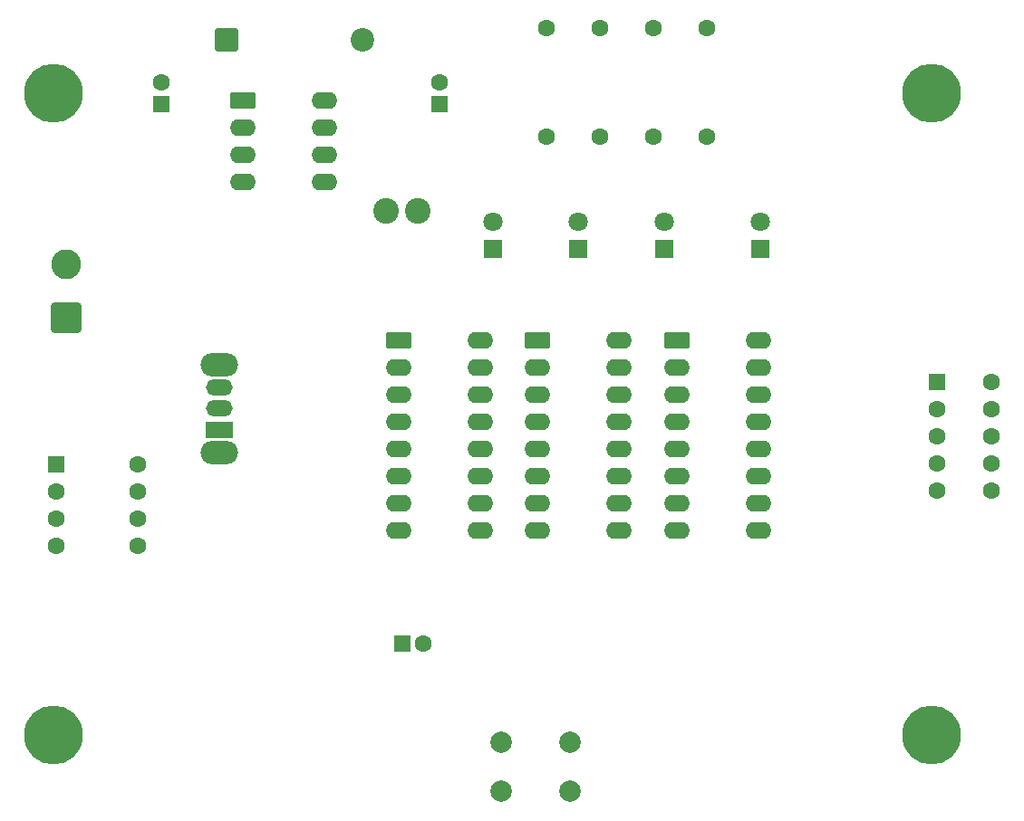
<source format=gbr>
%TF.GenerationSoftware,KiCad,Pcbnew,9.0.3*%
%TF.CreationDate,2025-12-16T11:32:59+01:00*%
%TF.ProjectId,PTP_project1,5054505f-7072-46f6-9a65-6374312e6b69,rev?*%
%TF.SameCoordinates,Original*%
%TF.FileFunction,Soldermask,Bot*%
%TF.FilePolarity,Negative*%
%FSLAX46Y46*%
G04 Gerber Fmt 4.6, Leading zero omitted, Abs format (unit mm)*
G04 Created by KiCad (PCBNEW 9.0.3) date 2025-12-16 11:32:59*
%MOMM*%
%LPD*%
G01*
G04 APERTURE LIST*
G04 Aperture macros list*
%AMRoundRect*
0 Rectangle with rounded corners*
0 $1 Rounding radius*
0 $2 $3 $4 $5 $6 $7 $8 $9 X,Y pos of 4 corners*
0 Add a 4 corners polygon primitive as box body*
4,1,4,$2,$3,$4,$5,$6,$7,$8,$9,$2,$3,0*
0 Add four circle primitives for the rounded corners*
1,1,$1+$1,$2,$3*
1,1,$1+$1,$4,$5*
1,1,$1+$1,$6,$7*
1,1,$1+$1,$8,$9*
0 Add four rect primitives between the rounded corners*
20,1,$1+$1,$2,$3,$4,$5,0*
20,1,$1+$1,$4,$5,$6,$7,0*
20,1,$1+$1,$6,$7,$8,$9,0*
20,1,$1+$1,$8,$9,$2,$3,0*%
G04 Aperture macros list end*
%ADD10C,5.500000*%
%ADD11RoundRect,0.250000X-0.950000X-0.550000X0.950000X-0.550000X0.950000X0.550000X-0.950000X0.550000X0*%
%ADD12O,2.400000X1.600000*%
%ADD13C,1.600000*%
%ADD14RoundRect,0.249999X-0.850001X-0.850001X0.850001X-0.850001X0.850001X0.850001X-0.850001X0.850001X0*%
%ADD15C,2.200000*%
%ADD16R,1.800000X1.800000*%
%ADD17C,1.800000*%
%ADD18RoundRect,0.250000X0.550000X-0.550000X0.550000X0.550000X-0.550000X0.550000X-0.550000X-0.550000X0*%
%ADD19RoundRect,0.250001X1.149999X-1.149999X1.149999X1.149999X-1.149999X1.149999X-1.149999X-1.149999X0*%
%ADD20C,2.800000*%
%ADD21RoundRect,0.250000X-0.550000X-0.550000X0.550000X-0.550000X0.550000X0.550000X-0.550000X0.550000X0*%
%ADD22R,1.600000X1.600000*%
%ADD23C,2.000000*%
%ADD24C,2.400000*%
%ADD25O,3.500000X2.200000*%
%ADD26R,2.500000X1.500000*%
%ADD27O,2.500000X1.500000*%
G04 APERTURE END LIST*
D10*
%TO.C,H4*%
X192000000Y-100000000D03*
%TD*%
D11*
%TO.C,U2*%
X142190000Y-63110000D03*
D12*
X142190000Y-65650000D03*
X142190000Y-68190000D03*
X142190000Y-70730000D03*
X142190000Y-73270000D03*
X142190000Y-75810000D03*
X142190000Y-78350000D03*
X142190000Y-80890000D03*
X149810000Y-80890000D03*
X149810000Y-78350000D03*
X149810000Y-75810000D03*
X149810000Y-73270000D03*
X149810000Y-70730000D03*
X149810000Y-68190000D03*
X149810000Y-65650000D03*
X149810000Y-63110000D03*
%TD*%
D13*
%TO.C,R4*%
X171000000Y-44080000D03*
X171000000Y-33920000D03*
%TD*%
D14*
%TO.C,D4*%
X126150000Y-35000000D03*
D15*
X138850000Y-35000000D03*
%TD*%
D11*
%TO.C,U1*%
X127690000Y-40690000D03*
D12*
X127690000Y-43230000D03*
X127690000Y-45770000D03*
X127690000Y-48310000D03*
X135310000Y-48310000D03*
X135310000Y-45770000D03*
X135310000Y-43230000D03*
X135310000Y-40690000D03*
%TD*%
D11*
%TO.C,U3*%
X155190000Y-63110000D03*
D12*
X155190000Y-65650000D03*
X155190000Y-68190000D03*
X155190000Y-70730000D03*
X155190000Y-73270000D03*
X155190000Y-75810000D03*
X155190000Y-78350000D03*
X155190000Y-80890000D03*
X162810000Y-80890000D03*
X162810000Y-78350000D03*
X162810000Y-75810000D03*
X162810000Y-73270000D03*
X162810000Y-70730000D03*
X162810000Y-68190000D03*
X162810000Y-65650000D03*
X162810000Y-63110000D03*
%TD*%
D16*
%TO.C,D3*%
X167000000Y-54540000D03*
D17*
X167000000Y-52000000D03*
%TD*%
D11*
%TO.C,U4*%
X168190000Y-63110000D03*
D12*
X168190000Y-65650000D03*
X168190000Y-68190000D03*
X168190000Y-70730000D03*
X168190000Y-73270000D03*
X168190000Y-75810000D03*
X168190000Y-78350000D03*
X168190000Y-80890000D03*
X175810000Y-80890000D03*
X175810000Y-78350000D03*
X175810000Y-75810000D03*
X175810000Y-73270000D03*
X175810000Y-70730000D03*
X175810000Y-68190000D03*
X175810000Y-65650000D03*
X175810000Y-63110000D03*
%TD*%
D18*
%TO.C,C2*%
X146000000Y-41000000D03*
D13*
X146000000Y-39000000D03*
%TD*%
D19*
%TO.C,J1*%
X111117500Y-61000000D03*
D20*
X111117500Y-56000000D03*
%TD*%
D10*
%TO.C,H2*%
X192000000Y-40000000D03*
%TD*%
D21*
%TO.C,U7*%
X110195000Y-74690000D03*
D13*
X110195000Y-77230000D03*
X110195000Y-79770000D03*
X110195000Y-82310000D03*
X117815000Y-82310000D03*
X117815000Y-79770000D03*
X117815000Y-77230000D03*
X117815000Y-74690000D03*
%TD*%
%TO.C,R1*%
X156000000Y-44080000D03*
X156000000Y-33920000D03*
%TD*%
D22*
%TO.C,U5*%
X192532500Y-66982500D03*
D13*
X192532500Y-69522500D03*
X192532500Y-72062500D03*
X192532500Y-74602500D03*
X192532500Y-77142500D03*
X197612500Y-77142500D03*
X197612500Y-74602500D03*
X197612500Y-72062500D03*
X197612500Y-69522500D03*
X197612500Y-66982500D03*
%TD*%
D10*
%TO.C,H3*%
X110000000Y-100000000D03*
%TD*%
D16*
%TO.C,D1*%
X151000000Y-54540000D03*
D17*
X151000000Y-52000000D03*
%TD*%
D18*
%TO.C,C1*%
X120000000Y-41000000D03*
D13*
X120000000Y-39000000D03*
%TD*%
D16*
%TO.C,D2*%
X159000000Y-54540000D03*
D17*
X159000000Y-52000000D03*
%TD*%
D13*
%TO.C,R3*%
X166000000Y-44080000D03*
X166000000Y-33920000D03*
%TD*%
D23*
%TO.C,SW1*%
X151750000Y-100750000D03*
X158250000Y-100750000D03*
X151750000Y-105250000D03*
X158250000Y-105250000D03*
%TD*%
D13*
%TO.C,R2*%
X161000000Y-44080000D03*
X161000000Y-33920000D03*
%TD*%
D24*
%TO.C,L1*%
X141000000Y-51000000D03*
X144000000Y-51000000D03*
%TD*%
D21*
%TO.C,C3*%
X142544888Y-91500000D03*
D13*
X144544888Y-91500000D03*
%TD*%
D16*
%TO.C,D5*%
X176000000Y-54540000D03*
D17*
X176000000Y-52000000D03*
%TD*%
D10*
%TO.C,H1*%
X110000000Y-40000000D03*
%TD*%
D25*
%TO.C,SW2*%
X125500000Y-73600000D03*
X125500000Y-65400000D03*
D26*
X125500000Y-71500000D03*
D27*
X125500000Y-69500000D03*
X125500000Y-67500000D03*
%TD*%
M02*

</source>
